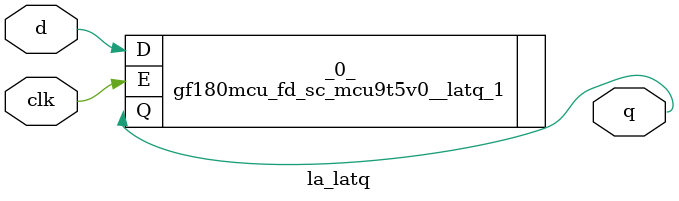
<source format=v>

/* Generated by Yosys 0.44 (git sha1 80ba43d26, g++ 11.4.0-1ubuntu1~22.04 -fPIC -O3) */

(* top =  1  *)
(* src = "inputs/la_latq.v:10.1-20.10" *)
module la_latq (
    d,
    clk,
    q
);
  (* src = "inputs/la_latq.v:14.16-14.19" *)
  input clk;
  wire clk;
  (* src = "inputs/la_latq.v:13.16-13.17" *)
  input d;
  wire d;
  (* src = "inputs/la_latq.v:15.16-15.17" *)
  output q;
  wire q;
  (* module_not_derived = 32'b00000000000000000000000000000001 *)
      (* src = "inputs/la_latq.v:18.5-18.40|/home/pgadfort/.sc/cache/lambdapdk-v0.1.33/lambdapdk/gf180/libs/gf180mcu_fd_sc_mcu9t5v0/techmap/yosys/cells_latch.v:2.37-6.10" *)
  gf180mcu_fd_sc_mcu9t5v0__latq_1 _0_ (
      .D(d),
      .E(clk),
      .Q(q)
  );
endmodule

</source>
